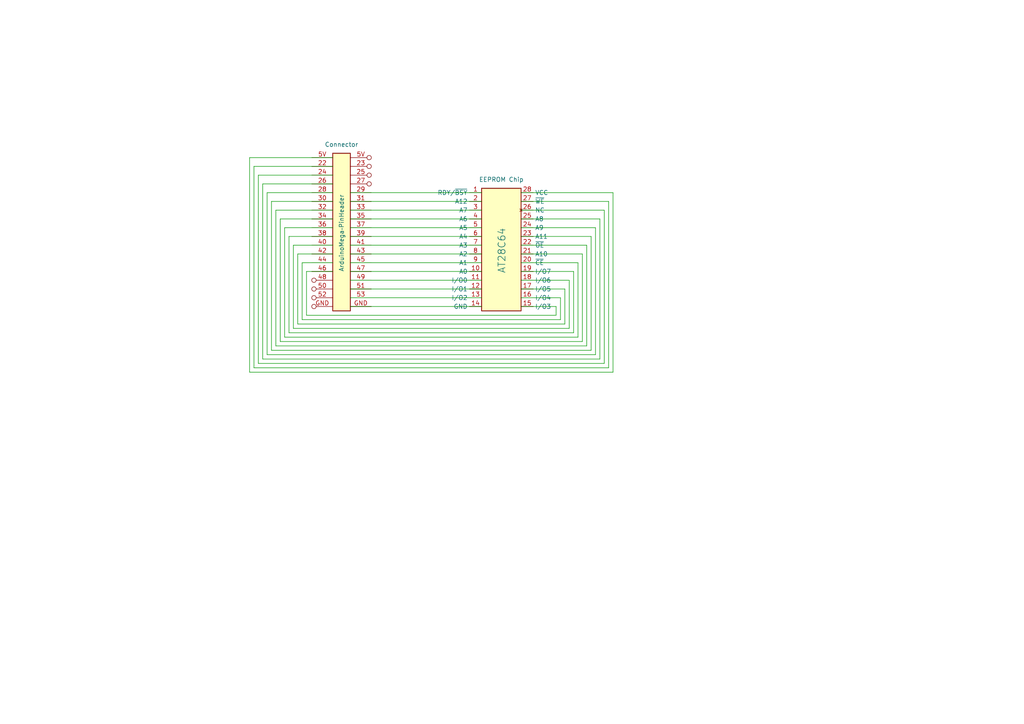
<source format=kicad_sch>
(kicad_sch (version 20250114) (generator "eeschema") (generator_version "9.0")
  (paper "A4")
  (lib_symbols
    (symbol "MCU_Module:Arduino_Mega_2560_PinHeader_Conn"
      (property "Reference" "Arduino Mega 2560 Pin Header" (at 0 -0.254 90))
      (symbol "Arduino_Mega_2560_PinHeader_Conn_1_1"
        (rectangle (start -2.54 22.86) (end 2.54 -22.86) (stroke (width 0.254)) (fill (type background)))
        (pin power_out line (at -2.54 21.59 180) (length 6.096) (name "") (number "5V"))
        (pin passive line (at -2.54 19.05 180) (length 6.096) (name "") (number "22"))
        (pin passive line (at -2.54 16.51 180) (length 6.096) (name "") (number "24"))
        (pin passive line (at -2.54 13.97 180) (length 6.096) (name "") (number "26"))
        (pin passive line (at -2.54 11.43 180) (length 6.096) (name "") (number "28"))
        (pin passive line (at -2.54 8.89 180) (length 6.096) (name "") (number "30"))
        (pin passive line (at -2.54 6.35 180) (length 6.096) (name "") (number "32"))
        (pin passive line (at -2.54 3.81 180) (length 6.096) (name "") (number "34"))
        (pin passive line (at -2.54 1.27 180) (length 6.096) (name "") (number "36"))
        (pin passive line (at -2.54 -1.27 180) (length 6.096) (name "") (number "38"))
        (pin passive line (at -2.54 -3.81 180) (length 6.096) (name "") (number "40"))
        (pin passive line (at -2.54 -6.35 180) (length 6.096) (name "") (number "42"))
        (pin passive line (at -2.54 -8.89 180) (length 6.096) (name "") (number "44"))
        (pin passive line (at -2.54 -11.43 180) (length 6.096) (name "") (number "46"))
        (pin passive inverted (at -2.54 -13.97 180) (length 6.096) (name "") (number "48"))
        (pin passive inverted (at -2.54 -16.51 180) (length 6.096) (name "") (number "50"))
        (pin passive inverted (at -2.54 -19.05 180) (length 6.096) (name "") (number "52"))
        (pin power_in inverted (at -2.54 -21.59 180) (length 6.096) (name "") (number "GND"))
        (pin power_out inverted (at 2.54 21.59 0) (length 6.096) (name "") (number "5V"))
        (pin passive inverted (at 2.54 19.05 0) (length 6.096) (name "") (number "23"))
        (pin passive inverted (at 2.54 16.51 0) (length 6.096) (name "") (number "25"))
        (pin passive inverted (at 2.54 13.97 0) (length 6.096) (name "") (number "27"))
        (pin passive line (at 2.54 11.43 0) (length 6.096) (name "") (number "29"))
        (pin passive line (at 2.54 8.89 0) (length 6.096) (name "") (number "31"))
        (pin passive line (at 2.54 6.35 0) (length 6.096) (name "") (number "33"))
        (pin passive line (at 2.54 3.81 0) (length 6.096) (name "") (number "35"))
        (pin passive line (at 2.54 1.27 0) (length 6.096) (name "") (number "37"))
        (pin passive line (at 2.54 -1.27 0) (length 6.096) (name "") (number "39"))
        (pin passive line (at 2.54 -3.81 0) (length 6.096) (name "") (number "41"))
        (pin passive line (at 2.54 -6.35 0) (length 6.096) (name "") (number "43"))
        (pin passive line (at 2.54 -8.89 0) (length 6.096) (name "") (number "45"))
        (pin passive line (at 2.54 -11.43 0) (length 6.096) (name "") (number "47"))
        (pin passive line (at 2.54 -13.97 0) (length 6.096) (name "") (number "49"))
        (pin passive line (at 2.54 -16.51 0) (length 6.096) (name "") (number "51"))
        (pin passive line (at 2.54 -19.05 0) (length 6.096) (name "") (number "53"))
        (pin power_in line (at 2.54 -21.59 0) (length 6.096) (name "") (number "GND"))
      )
    )
    (symbol "Memory_EEPROM:AT28C64"
      (property "Reference" "AT28C64" (at 0.762 -0.254 90))
      (symbol "AT28C64_1_1"
        (rectangle (start -5.08 17.78) (end 6.35 -17.78) (stroke (width 0.254)) (fill (type background)))
        (pin output line (at -5.08 16.51 180) (length 3.556) (name "RDY/~{BSY}") (number "1"))
        (pin input line (at -5.08 13.97 180) (length 3.556) (name "A12") (number "2"))
        (pin input line (at -5.08 11.43 180) (length 3.556) (name "A7") (number "3"))
        (pin input line (at -5.08 8.89 180) (length 3.556) (name "A6") (number "4"))
        (pin input line (at -5.08 6.35 180) (length 3.556) (name "A5") (number "5"))
        (pin input line (at -5.08 3.81 180) (length 3.556) (name "A4") (number "6"))
        (pin input line (at -5.08 1.27 180) (length 3.556) (name "A3") (number "7"))
        (pin input line (at -5.08 -1.27 180) (length 3.556) (name "A2") (number "8"))
        (pin input line (at -5.08 -3.81 180) (length 3.556) (name "A1") (number "9"))
        (pin input line (at -5.08 -6.35 180) (length 3.556) (name "A0") (number "10"))
        (pin bidirectional line (at -5.08 -8.89 180) (length 3.556) (name "I/O0") (number "11"))
        (pin bidirectional line (at -5.08 -11.43 180) (length 3.556) (name "I/O1") (number "12"))
        (pin bidirectional line (at -5.08 -13.97 180) (length 3.556) (name "I/O2") (number "13"))
        (pin power_in line (at -5.08 -16.51 180) (length 3.556) (name "GND") (number "14"))
        (pin power_in line (at 6.35 16.51 0) (length 3.556) (name "VCC") (number "28"))
        (pin input line (at 6.35 13.97 0) (length 3.556) (name "~{WE}") (number "27"))
        (pin no_connect line (at 6.35 11.43 0) (length 3.556) (name "NC") (number "26"))
        (pin input line (at 6.35 8.89 0) (length 3.556) (name "A8") (number "25"))
        (pin input line (at 6.35 6.35 0) (length 3.556) (name "A9") (number "24"))
        (pin input line (at 6.35 3.81 0) (length 3.556) (name "A11") (number "23"))
        (pin input line (at 6.35 1.27 0) (length 3.556) (name "~{OE}") (number "22"))
        (pin input line (at 6.35 -1.27 0) (length 3.556) (name "A10") (number "21"))
        (pin input line (at 6.35 -3.81 0) (length 3.556) (name "~{CE}") (number "20"))
        (pin bidirectional line (at 6.35 -6.35 0) (length 3.556) (name "I/O7") (number "19"))
        (pin bidirectional line (at 6.35 -8.89 0) (length 3.556) (name "I/O6") (number "18"))
        (pin bidirectional line (at 6.35 -11.43 0) (length 3.556) (name "I/O5") (number "17"))
        (pin bidirectional line (at 6.35 -13.97 0) (length 3.556) (name "I/O4") (number "16"))
        (pin bidirectional line (at 6.35 -16.51 0) (length 3.556) (name "I/O3") (number "15"))
      )
    )
  )
  (wire (pts (xy 165.1 95.25) (xy 165.1 81.28)))
  (wire (pts (xy 151.13 88.9) (xy 161.29 88.9)))
  (wire (pts (xy 72.39 45.72) (xy 72.39 107.95)))
  (wire (pts (xy 101.6 58.42) (xy 139.7 58.42)))
  (wire (pts (xy 101.6 63.5) (xy 139.7 63.5)))
  (wire (pts (xy 83.82 68.58) (xy 83.82 96.52)))
  (wire (pts (xy 101.6 55.88) (xy 139.7 55.88)))
  (wire (pts (xy 77.47 102.87) (xy 172.72 102.87)))
  (wire (pts (xy 171.45 101.6) (xy 171.45 68.58)))
  (wire (pts (xy 96.52 76.2) (xy 87.63 76.2)))
  (wire (pts (xy 170.18 100.33) (xy 170.18 71.12)))
  (wire (pts (xy 96.52 71.12) (xy 85.09 71.12)))
  (wire (pts (xy 151.13 63.5) (xy 173.99 63.5)))
  (wire (pts (xy 101.6 83.82) (xy 139.7 83.82)))
  (wire (pts (xy 78.74 58.42) (xy 78.74 101.6)))
  (wire (pts (xy 101.6 60.96) (xy 139.7 60.96)))
  (wire (pts (xy 96.52 60.96) (xy 80.01 60.96)))
  (wire (pts (xy 81.28 99.06) (xy 168.91 99.06)))
  (wire (pts (xy 101.6 68.58) (xy 139.7 68.58)))
  (wire (pts (xy 80.01 60.96) (xy 80.01 100.33)))
  (wire (pts (xy 101.6 81.28) (xy 139.7 81.28)))
  (wire (pts (xy 151.13 73.66) (xy 168.91 73.66)))
  (wire (pts (xy 80.01 100.33) (xy 170.18 100.33)))
  (wire (pts (xy 96.52 78.74) (xy 88.9 78.74)))
  (wire (pts (xy 85.09 95.25) (xy 165.1 95.25)))
  (wire (pts (xy 85.09 71.12) (xy 85.09 95.25)))
  (wire (pts (xy 101.6 78.74) (xy 139.7 78.74)))
  (wire (pts (xy 176.53 106.68) (xy 176.53 58.42)))
  (wire (pts (xy 175.26 105.41) (xy 175.26 60.96)))
  (wire (pts (xy 86.36 73.66) (xy 86.36 93.98)))
  (wire (pts (xy 76.2 53.34) (xy 76.2 104.14)))
  (wire (pts (xy 96.52 66.04) (xy 82.55 66.04)))
  (wire (pts (xy 96.52 68.58) (xy 83.82 68.58)))
  (wire (pts (xy 101.6 86.36) (xy 139.7 86.36)))
  (wire (pts (xy 101.6 73.66) (xy 139.7 73.66)))
  (wire (pts (xy 151.13 83.82) (xy 163.83 83.82)))
  (wire (pts (xy 151.13 55.88) (xy 177.8 55.88)))
  (wire (pts (xy 73.66 48.26) (xy 73.66 106.68)))
  (wire (pts (xy 151.13 76.2) (xy 167.64 76.2)))
  (wire (pts (xy 151.13 78.74) (xy 166.37 78.74)))
  (wire (pts (xy 96.52 48.26) (xy 73.66 48.26)))
  (wire (pts (xy 168.91 99.06) (xy 168.91 73.66)))
  (wire (pts (xy 83.82 96.52) (xy 166.37 96.52)))
  (wire (pts (xy 162.56 92.71) (xy 162.56 86.36)))
  (wire (pts (xy 101.6 66.04) (xy 139.7 66.04)))
  (wire (pts (xy 151.13 60.96) (xy 175.26 60.96)))
  (wire (pts (xy 96.52 50.8) (xy 74.93 50.8)))
  (wire (pts (xy 81.28 63.5) (xy 81.28 99.06)))
  (wire (pts (xy 74.93 105.41) (xy 175.26 105.41)))
  (wire (pts (xy 101.6 76.2) (xy 139.7 76.2)))
  (wire (pts (xy 88.9 91.44) (xy 161.29 91.44)))
  (wire (pts (xy 82.55 97.79) (xy 167.64 97.79)))
  (wire (pts (xy 87.63 76.2) (xy 87.63 92.71)))
  (wire (pts (xy 151.13 68.58) (xy 171.45 68.58)))
  (wire (pts (xy 96.52 45.72) (xy 72.39 45.72)))
  (wire (pts (xy 151.13 86.36) (xy 162.56 86.36)))
  (wire (pts (xy 86.36 93.98) (xy 163.83 93.98)))
  (wire (pts (xy 173.99 104.14) (xy 173.99 63.5)))
  (wire (pts (xy 166.37 78.74) (xy 166.37 96.52)))
  (wire (pts (xy 96.52 58.42) (xy 78.74 58.42)))
  (wire (pts (xy 151.13 71.12) (xy 170.18 71.12)))
  (wire (pts (xy 163.83 93.98) (xy 163.83 83.82)))
  (wire (pts (xy 82.55 66.04) (xy 82.55 97.79)))
  (wire (pts (xy 151.13 58.42) (xy 176.53 58.42)))
  (wire (pts (xy 101.6 71.12) (xy 139.7 71.12)))
  (wire (pts (xy 78.74 101.6) (xy 171.45 101.6)))
  (wire (pts (xy 76.2 104.14) (xy 173.99 104.14)))
  (wire (pts (xy 172.72 102.87) (xy 172.72 66.04)))
  (wire (pts (xy 167.64 97.79) (xy 167.64 76.2)))
  (wire (pts (xy 74.93 50.8) (xy 74.93 105.41)))
  (wire (pts (xy 161.29 91.44) (xy 161.29 88.9)))
  (wire (pts (xy 177.8 107.95) (xy 177.8 55.88)))
  (wire (pts (xy 96.52 73.66) (xy 86.36 73.66)))
  (wire (pts (xy 151.13 66.04) (xy 172.72 66.04)))
  (wire (pts (xy 151.13 81.28) (xy 165.1 81.28)))
  (wire (pts (xy 88.9 78.74) (xy 88.9 91.44)))
  (wire (pts (xy 73.66 106.68) (xy 176.53 106.68)))
  (wire (pts (xy 96.52 55.88) (xy 77.47 55.88)))
  (wire (pts (xy 72.39 107.95) (xy 177.8 107.95)))
  (wire (pts (xy 87.63 92.71) (xy 162.56 92.71)))
  (wire (pts (xy 96.52 53.34) (xy 76.2 53.34)))
  (wire (pts (xy 77.47 55.88) (xy 77.47 102.87)))
  (wire (pts (xy 101.6 88.9) (xy 139.7 88.9)))
  (wire (pts (xy 96.52 63.5) (xy 81.28 63.5)))
  (symbol (lib_id "Memory_EEPROM:AT28C64") (at 144.78 72.39 0) (unit 1)
    (property "Reference" "AT28C64" (at 145.542 72.644 90) (effects (font (size 2.032 2.032))))
    (property "Value" "EEPROM Chip" (at 145.415 52.07 0))
  )
  (symbol (lib_id "MCU_Module:Arduino_Mega_2560_PinHeader_Conn") (at 99.06 67.31 0) (unit 1)
    (property "Reference" "ArduinoMega–PinHeader" (at 99.06 67.564 90))
    (property "Value" "Connector" (at 99.06 41.91 0))
  )
)
</source>
